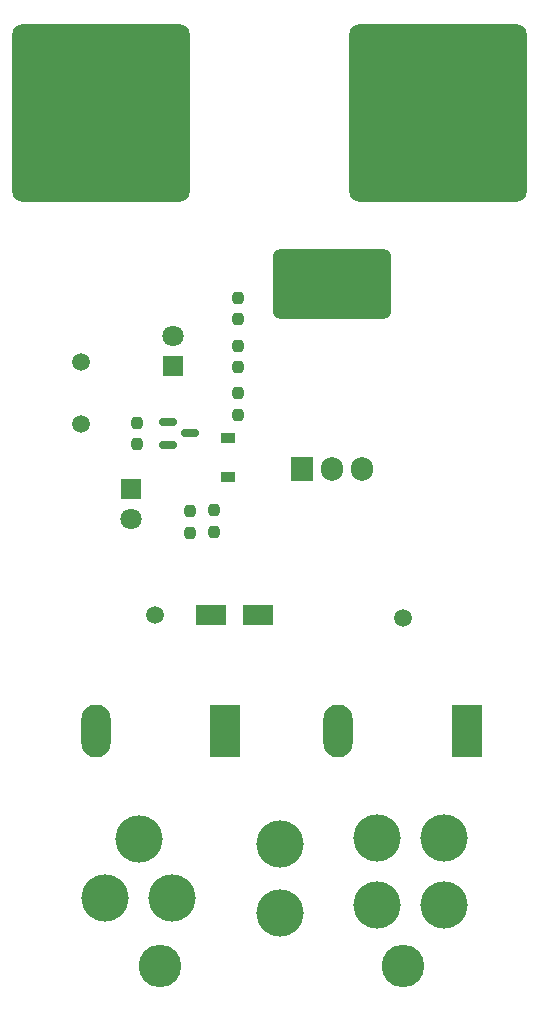
<source format=gts>
%TF.GenerationSoftware,KiCad,Pcbnew,(6.0.5)*%
%TF.CreationDate,2022-08-02T11:04:15-06:00*%
%TF.ProjectId,fet_stress_test,6665745f-7374-4726-9573-735f74657374,rev?*%
%TF.SameCoordinates,Original*%
%TF.FileFunction,Soldermask,Top*%
%TF.FilePolarity,Negative*%
%FSLAX46Y46*%
G04 Gerber Fmt 4.6, Leading zero omitted, Abs format (unit mm)*
G04 Created by KiCad (PCBNEW (6.0.5)) date 2022-08-02 11:04:15*
%MOMM*%
%LPD*%
G01*
G04 APERTURE LIST*
G04 Aperture macros list*
%AMRoundRect*
0 Rectangle with rounded corners*
0 $1 Rounding radius*
0 $2 $3 $4 $5 $6 $7 $8 $9 X,Y pos of 4 corners*
0 Add a 4 corners polygon primitive as box body*
4,1,4,$2,$3,$4,$5,$6,$7,$8,$9,$2,$3,0*
0 Add four circle primitives for the rounded corners*
1,1,$1+$1,$2,$3*
1,1,$1+$1,$4,$5*
1,1,$1+$1,$6,$7*
1,1,$1+$1,$8,$9*
0 Add four rect primitives between the rounded corners*
20,1,$1+$1,$2,$3,$4,$5,0*
20,1,$1+$1,$4,$5,$6,$7,0*
20,1,$1+$1,$6,$7,$8,$9,0*
20,1,$1+$1,$8,$9,$2,$3,0*%
G04 Aperture macros list end*
%ADD10C,4.000000*%
%ADD11R,1.200000X0.900000*%
%ADD12R,2.500000X1.800000*%
%ADD13R,1.905000X2.000000*%
%ADD14O,1.905000X2.000000*%
%ADD15RoundRect,0.705882X-4.294118X-2.294118X4.294118X-2.294118X4.294118X2.294118X-4.294118X2.294118X0*%
%ADD16O,3.600000X3.600000*%
%ADD17R,2.500000X4.500000*%
%ADD18O,2.500000X4.500000*%
%ADD19RoundRect,0.237500X-0.237500X0.250000X-0.237500X-0.250000X0.237500X-0.250000X0.237500X0.250000X0*%
%ADD20R,1.800000X1.800000*%
%ADD21C,1.800000*%
%ADD22RoundRect,0.237500X0.237500X-0.250000X0.237500X0.250000X-0.237500X0.250000X-0.237500X-0.250000X0*%
%ADD23RoundRect,0.750000X-6.750000X-6.750000X6.750000X-6.750000X6.750000X6.750000X-6.750000X6.750000X0*%
%ADD24C,1.500000*%
%ADD25RoundRect,0.150000X-0.587500X-0.150000X0.587500X-0.150000X0.587500X0.150000X-0.587500X0.150000X0*%
G04 APERTURE END LIST*
D10*
%TO.C,J3*%
X131167900Y-129617900D03*
X131167900Y-135282100D03*
X136832100Y-135282100D03*
X136832100Y-129617900D03*
%TD*%
%TO.C,J2*%
X111000000Y-129700440D03*
X108142500Y-134649780D03*
X113857500Y-134649780D03*
%TD*%
%TO.C,J1*%
X123000000Y-136000000D03*
X123000000Y-130158000D03*
%TD*%
D11*
%TO.C,D2*%
X118550000Y-99050000D03*
X118550000Y-95750000D03*
%TD*%
D12*
%TO.C,D3*%
X121100000Y-110700000D03*
X117100000Y-110700000D03*
%TD*%
D13*
%TO.C,Q2*%
X124850000Y-98400000D03*
D14*
X127390000Y-98400000D03*
D15*
X127350000Y-82700000D03*
D14*
X129930000Y-98400000D03*
%TD*%
D16*
%TO.C,R7*%
X112850000Y-140420000D03*
D17*
X118300000Y-120560000D03*
D18*
X107400000Y-120560000D03*
%TD*%
D19*
%TO.C,R6*%
X115390000Y-101937500D03*
X115390000Y-103762500D03*
%TD*%
D20*
%TO.C,D4*%
X110390000Y-100075000D03*
D21*
X110390000Y-102615000D03*
%TD*%
D22*
%TO.C,R3*%
X119390000Y-85687500D03*
X119390000Y-83862500D03*
%TD*%
D20*
%TO.C,D1*%
X113890000Y-89625000D03*
D21*
X113890000Y-87085000D03*
%TD*%
D16*
%TO.C,R8*%
X133350000Y-140420000D03*
D17*
X138800000Y-120560000D03*
D18*
X127900000Y-120560000D03*
%TD*%
D23*
%TO.C,TP1*%
X107850000Y-68200000D03*
%TD*%
D22*
%TO.C,R5*%
X117390000Y-103675000D03*
X117390000Y-101850000D03*
%TD*%
D24*
%TO.C,TP5*%
X133350000Y-110950000D03*
%TD*%
D25*
%TO.C,Q1*%
X113452500Y-94400000D03*
X113452500Y-96300000D03*
X115327500Y-95350000D03*
%TD*%
D24*
%TO.C,TP3*%
X112350000Y-110700000D03*
%TD*%
D19*
%TO.C,R1*%
X110890000Y-94437500D03*
X110890000Y-96262500D03*
%TD*%
D24*
%TO.C,TP6*%
X106140000Y-89350000D03*
%TD*%
D22*
%TO.C,R2*%
X119390000Y-89762500D03*
X119390000Y-87937500D03*
%TD*%
D24*
%TO.C,TP4*%
X106140000Y-94600000D03*
%TD*%
D23*
%TO.C,TP2*%
X136350000Y-68200000D03*
%TD*%
D19*
%TO.C,R4*%
X119390000Y-91937500D03*
X119390000Y-93762500D03*
%TD*%
M02*

</source>
